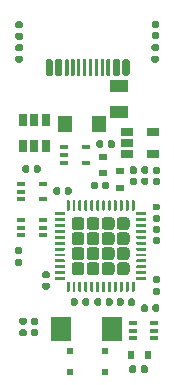
<source format=gbr>
%TF.GenerationSoftware,KiCad,Pcbnew,(5.1.6-0-10_14)*%
%TF.CreationDate,2022-02-25T19:50:12-06:00*%
%TF.ProjectId,Bonsai_C4,426f6e73-6169-45f4-9334-2e6b69636164,rev?*%
%TF.SameCoordinates,Original*%
%TF.FileFunction,Paste,Top*%
%TF.FilePolarity,Positive*%
%FSLAX46Y46*%
G04 Gerber Fmt 4.6, Leading zero omitted, Abs format (unit mm)*
G04 Created by KiCad (PCBNEW (5.1.6-0-10_14)) date 2022-02-25 19:50:12*
%MOMM*%
%LPD*%
G01*
G04 APERTURE LIST*
%ADD10R,0.550000X0.600000*%
%ADD11R,0.650000X1.060000*%
%ADD12R,0.700000X0.600000*%
%ADD13R,1.300000X1.400000*%
%ADD14R,0.650000X0.400000*%
%ADD15R,0.660000X0.300000*%
%ADD16R,0.600000X0.700000*%
%ADD17R,1.060000X0.650000*%
%ADD18R,1.778000X2.032000*%
%ADD19R,1.500000X1.000000*%
G04 APERTURE END LIST*
%TO.C,C11*%
G36*
G01*
X102678000Y-111195500D02*
X102678000Y-111540500D01*
G75*
G02*
X102530500Y-111688000I-147500J0D01*
G01*
X102235500Y-111688000D01*
G75*
G02*
X102088000Y-111540500I0J147500D01*
G01*
X102088000Y-111195500D01*
G75*
G02*
X102235500Y-111048000I147500J0D01*
G01*
X102530500Y-111048000D01*
G75*
G02*
X102678000Y-111195500I0J-147500D01*
G01*
G37*
G36*
G01*
X103648000Y-111195500D02*
X103648000Y-111540500D01*
G75*
G02*
X103500500Y-111688000I-147500J0D01*
G01*
X103205500Y-111688000D01*
G75*
G02*
X103058000Y-111540500I0J147500D01*
G01*
X103058000Y-111195500D01*
G75*
G02*
X103205500Y-111048000I147500J0D01*
G01*
X103500500Y-111048000D01*
G75*
G02*
X103648000Y-111195500I0J-147500D01*
G01*
G37*
%TD*%
%TO.C,J3*%
G36*
G01*
X111170000Y-102200000D02*
X111170000Y-103350000D01*
G75*
G02*
X111020000Y-103500000I-150000J0D01*
G01*
X110720000Y-103500000D01*
G75*
G02*
X110570000Y-103350000I0J150000D01*
G01*
X110570000Y-102200000D01*
G75*
G02*
X110720000Y-102050000I150000J0D01*
G01*
X111020000Y-102050000D01*
G75*
G02*
X111170000Y-102200000I0J-150000D01*
G01*
G37*
G36*
G01*
X109520000Y-102125000D02*
X109520000Y-103425000D01*
G75*
G02*
X109445000Y-103500000I-75000J0D01*
G01*
X109295000Y-103500000D01*
G75*
G02*
X109220000Y-103425000I0J75000D01*
G01*
X109220000Y-102125000D01*
G75*
G02*
X109295000Y-102050000I75000J0D01*
G01*
X109445000Y-102050000D01*
G75*
G02*
X109520000Y-102125000I0J-75000D01*
G01*
G37*
G36*
G01*
X109020000Y-102125000D02*
X109020000Y-103425000D01*
G75*
G02*
X108945000Y-103500000I-75000J0D01*
G01*
X108795000Y-103500000D01*
G75*
G02*
X108720000Y-103425000I0J75000D01*
G01*
X108720000Y-102125000D01*
G75*
G02*
X108795000Y-102050000I75000J0D01*
G01*
X108945000Y-102050000D01*
G75*
G02*
X109020000Y-102125000I0J-75000D01*
G01*
G37*
G36*
G01*
X108520000Y-102125000D02*
X108520000Y-103425000D01*
G75*
G02*
X108445000Y-103500000I-75000J0D01*
G01*
X108295000Y-103500000D01*
G75*
G02*
X108220000Y-103425000I0J75000D01*
G01*
X108220000Y-102125000D01*
G75*
G02*
X108295000Y-102050000I75000J0D01*
G01*
X108445000Y-102050000D01*
G75*
G02*
X108520000Y-102125000I0J-75000D01*
G01*
G37*
G36*
G01*
X108020000Y-102125000D02*
X108020000Y-103425000D01*
G75*
G02*
X107945000Y-103500000I-75000J0D01*
G01*
X107795000Y-103500000D01*
G75*
G02*
X107720000Y-103425000I0J75000D01*
G01*
X107720000Y-102125000D01*
G75*
G02*
X107795000Y-102050000I75000J0D01*
G01*
X107945000Y-102050000D01*
G75*
G02*
X108020000Y-102125000I0J-75000D01*
G01*
G37*
G36*
G01*
X106020000Y-102125000D02*
X106020000Y-103425000D01*
G75*
G02*
X105945000Y-103500000I-75000J0D01*
G01*
X105795000Y-103500000D01*
G75*
G02*
X105720000Y-103425000I0J75000D01*
G01*
X105720000Y-102125000D01*
G75*
G02*
X105795000Y-102050000I75000J0D01*
G01*
X105945000Y-102050000D01*
G75*
G02*
X106020000Y-102125000I0J-75000D01*
G01*
G37*
G36*
G01*
X106520000Y-102125000D02*
X106520000Y-103425000D01*
G75*
G02*
X106445000Y-103500000I-75000J0D01*
G01*
X106295000Y-103500000D01*
G75*
G02*
X106220000Y-103425000I0J75000D01*
G01*
X106220000Y-102125000D01*
G75*
G02*
X106295000Y-102050000I75000J0D01*
G01*
X106445000Y-102050000D01*
G75*
G02*
X106520000Y-102125000I0J-75000D01*
G01*
G37*
G36*
G01*
X107020000Y-102125000D02*
X107020000Y-103425000D01*
G75*
G02*
X106945000Y-103500000I-75000J0D01*
G01*
X106795000Y-103500000D01*
G75*
G02*
X106720000Y-103425000I0J75000D01*
G01*
X106720000Y-102125000D01*
G75*
G02*
X106795000Y-102050000I75000J0D01*
G01*
X106945000Y-102050000D01*
G75*
G02*
X107020000Y-102125000I0J-75000D01*
G01*
G37*
G36*
G01*
X107520000Y-102125000D02*
X107520000Y-103425000D01*
G75*
G02*
X107445000Y-103500000I-75000J0D01*
G01*
X107295000Y-103500000D01*
G75*
G02*
X107220000Y-103425000I0J75000D01*
G01*
X107220000Y-102125000D01*
G75*
G02*
X107295000Y-102050000I75000J0D01*
G01*
X107445000Y-102050000D01*
G75*
G02*
X107520000Y-102125000I0J-75000D01*
G01*
G37*
G36*
G01*
X110370000Y-102200000D02*
X110370000Y-103350000D01*
G75*
G02*
X110220000Y-103500000I-150000J0D01*
G01*
X109920000Y-103500000D01*
G75*
G02*
X109770000Y-103350000I0J150000D01*
G01*
X109770000Y-102200000D01*
G75*
G02*
X109920000Y-102050000I150000J0D01*
G01*
X110220000Y-102050000D01*
G75*
G02*
X110370000Y-102200000I0J-150000D01*
G01*
G37*
G36*
G01*
X104670000Y-102200000D02*
X104670000Y-103350000D01*
G75*
G02*
X104520000Y-103500000I-150000J0D01*
G01*
X104220000Y-103500000D01*
G75*
G02*
X104070000Y-103350000I0J150000D01*
G01*
X104070000Y-102200000D01*
G75*
G02*
X104220000Y-102050000I150000J0D01*
G01*
X104520000Y-102050000D01*
G75*
G02*
X104670000Y-102200000I0J-150000D01*
G01*
G37*
G36*
G01*
X105470000Y-102200000D02*
X105470000Y-103350000D01*
G75*
G02*
X105320000Y-103500000I-150000J0D01*
G01*
X105020000Y-103500000D01*
G75*
G02*
X104870000Y-103350000I0J150000D01*
G01*
X104870000Y-102200000D01*
G75*
G02*
X105020000Y-102050000I150000J0D01*
G01*
X105320000Y-102050000D01*
G75*
G02*
X105470000Y-102200000I0J-150000D01*
G01*
G37*
%TD*%
%TO.C,U3*%
G36*
G01*
X107101717Y-120344717D02*
X106517283Y-120344717D01*
G75*
G02*
X106267283Y-120094717I0J250000D01*
G01*
X106267283Y-119510283D01*
G75*
G02*
X106517283Y-119260283I250000J0D01*
G01*
X107101717Y-119260283D01*
G75*
G02*
X107351717Y-119510283I0J-250000D01*
G01*
X107351717Y-120094717D01*
G75*
G02*
X107101717Y-120344717I-250000J0D01*
G01*
G37*
G36*
G01*
X108376717Y-120344717D02*
X107792283Y-120344717D01*
G75*
G02*
X107542283Y-120094717I0J250000D01*
G01*
X107542283Y-119510283D01*
G75*
G02*
X107792283Y-119260283I250000J0D01*
G01*
X108376717Y-119260283D01*
G75*
G02*
X108626717Y-119510283I0J-250000D01*
G01*
X108626717Y-120094717D01*
G75*
G02*
X108376717Y-120344717I-250000J0D01*
G01*
G37*
G36*
G01*
X109651717Y-120344717D02*
X109067283Y-120344717D01*
G75*
G02*
X108817283Y-120094717I0J250000D01*
G01*
X108817283Y-119510283D01*
G75*
G02*
X109067283Y-119260283I250000J0D01*
G01*
X109651717Y-119260283D01*
G75*
G02*
X109901717Y-119510283I0J-250000D01*
G01*
X109901717Y-120094717D01*
G75*
G02*
X109651717Y-120344717I-250000J0D01*
G01*
G37*
G36*
G01*
X110926717Y-120344717D02*
X110342283Y-120344717D01*
G75*
G02*
X110092283Y-120094717I0J250000D01*
G01*
X110092283Y-119510283D01*
G75*
G02*
X110342283Y-119260283I250000J0D01*
G01*
X110926717Y-119260283D01*
G75*
G02*
X111176717Y-119510283I0J-250000D01*
G01*
X111176717Y-120094717D01*
G75*
G02*
X110926717Y-120344717I-250000J0D01*
G01*
G37*
G36*
G01*
X107101717Y-119069717D02*
X106517283Y-119069717D01*
G75*
G02*
X106267283Y-118819717I0J250000D01*
G01*
X106267283Y-118235283D01*
G75*
G02*
X106517283Y-117985283I250000J0D01*
G01*
X107101717Y-117985283D01*
G75*
G02*
X107351717Y-118235283I0J-250000D01*
G01*
X107351717Y-118819717D01*
G75*
G02*
X107101717Y-119069717I-250000J0D01*
G01*
G37*
G36*
G01*
X108376717Y-119069717D02*
X107792283Y-119069717D01*
G75*
G02*
X107542283Y-118819717I0J250000D01*
G01*
X107542283Y-118235283D01*
G75*
G02*
X107792283Y-117985283I250000J0D01*
G01*
X108376717Y-117985283D01*
G75*
G02*
X108626717Y-118235283I0J-250000D01*
G01*
X108626717Y-118819717D01*
G75*
G02*
X108376717Y-119069717I-250000J0D01*
G01*
G37*
G36*
G01*
X109651717Y-119069717D02*
X109067283Y-119069717D01*
G75*
G02*
X108817283Y-118819717I0J250000D01*
G01*
X108817283Y-118235283D01*
G75*
G02*
X109067283Y-117985283I250000J0D01*
G01*
X109651717Y-117985283D01*
G75*
G02*
X109901717Y-118235283I0J-250000D01*
G01*
X109901717Y-118819717D01*
G75*
G02*
X109651717Y-119069717I-250000J0D01*
G01*
G37*
G36*
G01*
X110926717Y-119069717D02*
X110342283Y-119069717D01*
G75*
G02*
X110092283Y-118819717I0J250000D01*
G01*
X110092283Y-118235283D01*
G75*
G02*
X110342283Y-117985283I250000J0D01*
G01*
X110926717Y-117985283D01*
G75*
G02*
X111176717Y-118235283I0J-250000D01*
G01*
X111176717Y-118819717D01*
G75*
G02*
X110926717Y-119069717I-250000J0D01*
G01*
G37*
G36*
G01*
X107101717Y-117794717D02*
X106517283Y-117794717D01*
G75*
G02*
X106267283Y-117544717I0J250000D01*
G01*
X106267283Y-116960283D01*
G75*
G02*
X106517283Y-116710283I250000J0D01*
G01*
X107101717Y-116710283D01*
G75*
G02*
X107351717Y-116960283I0J-250000D01*
G01*
X107351717Y-117544717D01*
G75*
G02*
X107101717Y-117794717I-250000J0D01*
G01*
G37*
G36*
G01*
X108376717Y-117794717D02*
X107792283Y-117794717D01*
G75*
G02*
X107542283Y-117544717I0J250000D01*
G01*
X107542283Y-116960283D01*
G75*
G02*
X107792283Y-116710283I250000J0D01*
G01*
X108376717Y-116710283D01*
G75*
G02*
X108626717Y-116960283I0J-250000D01*
G01*
X108626717Y-117544717D01*
G75*
G02*
X108376717Y-117794717I-250000J0D01*
G01*
G37*
G36*
G01*
X109651717Y-117794717D02*
X109067283Y-117794717D01*
G75*
G02*
X108817283Y-117544717I0J250000D01*
G01*
X108817283Y-116960283D01*
G75*
G02*
X109067283Y-116710283I250000J0D01*
G01*
X109651717Y-116710283D01*
G75*
G02*
X109901717Y-116960283I0J-250000D01*
G01*
X109901717Y-117544717D01*
G75*
G02*
X109651717Y-117794717I-250000J0D01*
G01*
G37*
G36*
G01*
X110926717Y-117794717D02*
X110342283Y-117794717D01*
G75*
G02*
X110092283Y-117544717I0J250000D01*
G01*
X110092283Y-116960283D01*
G75*
G02*
X110342283Y-116710283I250000J0D01*
G01*
X110926717Y-116710283D01*
G75*
G02*
X111176717Y-116960283I0J-250000D01*
G01*
X111176717Y-117544717D01*
G75*
G02*
X110926717Y-117794717I-250000J0D01*
G01*
G37*
G36*
G01*
X107101717Y-116519717D02*
X106517283Y-116519717D01*
G75*
G02*
X106267283Y-116269717I0J250000D01*
G01*
X106267283Y-115685283D01*
G75*
G02*
X106517283Y-115435283I250000J0D01*
G01*
X107101717Y-115435283D01*
G75*
G02*
X107351717Y-115685283I0J-250000D01*
G01*
X107351717Y-116269717D01*
G75*
G02*
X107101717Y-116519717I-250000J0D01*
G01*
G37*
G36*
G01*
X108376717Y-116519717D02*
X107792283Y-116519717D01*
G75*
G02*
X107542283Y-116269717I0J250000D01*
G01*
X107542283Y-115685283D01*
G75*
G02*
X107792283Y-115435283I250000J0D01*
G01*
X108376717Y-115435283D01*
G75*
G02*
X108626717Y-115685283I0J-250000D01*
G01*
X108626717Y-116269717D01*
G75*
G02*
X108376717Y-116519717I-250000J0D01*
G01*
G37*
G36*
G01*
X109651717Y-116519717D02*
X109067283Y-116519717D01*
G75*
G02*
X108817283Y-116269717I0J250000D01*
G01*
X108817283Y-115685283D01*
G75*
G02*
X109067283Y-115435283I250000J0D01*
G01*
X109651717Y-115435283D01*
G75*
G02*
X109901717Y-115685283I0J-250000D01*
G01*
X109901717Y-116269717D01*
G75*
G02*
X109651717Y-116519717I-250000J0D01*
G01*
G37*
G36*
G01*
X110926717Y-116519717D02*
X110342283Y-116519717D01*
G75*
G02*
X110092283Y-116269717I0J250000D01*
G01*
X110092283Y-115685283D01*
G75*
G02*
X110342283Y-115435283I250000J0D01*
G01*
X110926717Y-115435283D01*
G75*
G02*
X111176717Y-115685283I0J-250000D01*
G01*
X111176717Y-116269717D01*
G75*
G02*
X110926717Y-116519717I-250000J0D01*
G01*
G37*
G36*
G01*
X106034500Y-121765000D02*
X105909500Y-121765000D01*
G75*
G02*
X105847000Y-121702500I0J62500D01*
G01*
X105847000Y-120952500D01*
G75*
G02*
X105909500Y-120890000I62500J0D01*
G01*
X106034500Y-120890000D01*
G75*
G02*
X106097000Y-120952500I0J-62500D01*
G01*
X106097000Y-121702500D01*
G75*
G02*
X106034500Y-121765000I-62500J0D01*
G01*
G37*
G36*
G01*
X106534500Y-121765000D02*
X106409500Y-121765000D01*
G75*
G02*
X106347000Y-121702500I0J62500D01*
G01*
X106347000Y-120952500D01*
G75*
G02*
X106409500Y-120890000I62500J0D01*
G01*
X106534500Y-120890000D01*
G75*
G02*
X106597000Y-120952500I0J-62500D01*
G01*
X106597000Y-121702500D01*
G75*
G02*
X106534500Y-121765000I-62500J0D01*
G01*
G37*
G36*
G01*
X107034500Y-121765000D02*
X106909500Y-121765000D01*
G75*
G02*
X106847000Y-121702500I0J62500D01*
G01*
X106847000Y-120952500D01*
G75*
G02*
X106909500Y-120890000I62500J0D01*
G01*
X107034500Y-120890000D01*
G75*
G02*
X107097000Y-120952500I0J-62500D01*
G01*
X107097000Y-121702500D01*
G75*
G02*
X107034500Y-121765000I-62500J0D01*
G01*
G37*
G36*
G01*
X107534500Y-121765000D02*
X107409500Y-121765000D01*
G75*
G02*
X107347000Y-121702500I0J62500D01*
G01*
X107347000Y-120952500D01*
G75*
G02*
X107409500Y-120890000I62500J0D01*
G01*
X107534500Y-120890000D01*
G75*
G02*
X107597000Y-120952500I0J-62500D01*
G01*
X107597000Y-121702500D01*
G75*
G02*
X107534500Y-121765000I-62500J0D01*
G01*
G37*
G36*
G01*
X108034500Y-121765000D02*
X107909500Y-121765000D01*
G75*
G02*
X107847000Y-121702500I0J62500D01*
G01*
X107847000Y-120952500D01*
G75*
G02*
X107909500Y-120890000I62500J0D01*
G01*
X108034500Y-120890000D01*
G75*
G02*
X108097000Y-120952500I0J-62500D01*
G01*
X108097000Y-121702500D01*
G75*
G02*
X108034500Y-121765000I-62500J0D01*
G01*
G37*
G36*
G01*
X108534500Y-121765000D02*
X108409500Y-121765000D01*
G75*
G02*
X108347000Y-121702500I0J62500D01*
G01*
X108347000Y-120952500D01*
G75*
G02*
X108409500Y-120890000I62500J0D01*
G01*
X108534500Y-120890000D01*
G75*
G02*
X108597000Y-120952500I0J-62500D01*
G01*
X108597000Y-121702500D01*
G75*
G02*
X108534500Y-121765000I-62500J0D01*
G01*
G37*
G36*
G01*
X109034500Y-121765000D02*
X108909500Y-121765000D01*
G75*
G02*
X108847000Y-121702500I0J62500D01*
G01*
X108847000Y-120952500D01*
G75*
G02*
X108909500Y-120890000I62500J0D01*
G01*
X109034500Y-120890000D01*
G75*
G02*
X109097000Y-120952500I0J-62500D01*
G01*
X109097000Y-121702500D01*
G75*
G02*
X109034500Y-121765000I-62500J0D01*
G01*
G37*
G36*
G01*
X109534500Y-121765000D02*
X109409500Y-121765000D01*
G75*
G02*
X109347000Y-121702500I0J62500D01*
G01*
X109347000Y-120952500D01*
G75*
G02*
X109409500Y-120890000I62500J0D01*
G01*
X109534500Y-120890000D01*
G75*
G02*
X109597000Y-120952500I0J-62500D01*
G01*
X109597000Y-121702500D01*
G75*
G02*
X109534500Y-121765000I-62500J0D01*
G01*
G37*
G36*
G01*
X110034500Y-121765000D02*
X109909500Y-121765000D01*
G75*
G02*
X109847000Y-121702500I0J62500D01*
G01*
X109847000Y-120952500D01*
G75*
G02*
X109909500Y-120890000I62500J0D01*
G01*
X110034500Y-120890000D01*
G75*
G02*
X110097000Y-120952500I0J-62500D01*
G01*
X110097000Y-121702500D01*
G75*
G02*
X110034500Y-121765000I-62500J0D01*
G01*
G37*
G36*
G01*
X110534500Y-121765000D02*
X110409500Y-121765000D01*
G75*
G02*
X110347000Y-121702500I0J62500D01*
G01*
X110347000Y-120952500D01*
G75*
G02*
X110409500Y-120890000I62500J0D01*
G01*
X110534500Y-120890000D01*
G75*
G02*
X110597000Y-120952500I0J-62500D01*
G01*
X110597000Y-121702500D01*
G75*
G02*
X110534500Y-121765000I-62500J0D01*
G01*
G37*
G36*
G01*
X111034500Y-121765000D02*
X110909500Y-121765000D01*
G75*
G02*
X110847000Y-121702500I0J62500D01*
G01*
X110847000Y-120952500D01*
G75*
G02*
X110909500Y-120890000I62500J0D01*
G01*
X111034500Y-120890000D01*
G75*
G02*
X111097000Y-120952500I0J-62500D01*
G01*
X111097000Y-121702500D01*
G75*
G02*
X111034500Y-121765000I-62500J0D01*
G01*
G37*
G36*
G01*
X111534500Y-121765000D02*
X111409500Y-121765000D01*
G75*
G02*
X111347000Y-121702500I0J62500D01*
G01*
X111347000Y-120952500D01*
G75*
G02*
X111409500Y-120890000I62500J0D01*
G01*
X111534500Y-120890000D01*
G75*
G02*
X111597000Y-120952500I0J-62500D01*
G01*
X111597000Y-121702500D01*
G75*
G02*
X111534500Y-121765000I-62500J0D01*
G01*
G37*
G36*
G01*
X112534500Y-120765000D02*
X111784500Y-120765000D01*
G75*
G02*
X111722000Y-120702500I0J62500D01*
G01*
X111722000Y-120577500D01*
G75*
G02*
X111784500Y-120515000I62500J0D01*
G01*
X112534500Y-120515000D01*
G75*
G02*
X112597000Y-120577500I0J-62500D01*
G01*
X112597000Y-120702500D01*
G75*
G02*
X112534500Y-120765000I-62500J0D01*
G01*
G37*
G36*
G01*
X112534500Y-120265000D02*
X111784500Y-120265000D01*
G75*
G02*
X111722000Y-120202500I0J62500D01*
G01*
X111722000Y-120077500D01*
G75*
G02*
X111784500Y-120015000I62500J0D01*
G01*
X112534500Y-120015000D01*
G75*
G02*
X112597000Y-120077500I0J-62500D01*
G01*
X112597000Y-120202500D01*
G75*
G02*
X112534500Y-120265000I-62500J0D01*
G01*
G37*
G36*
G01*
X112534500Y-119765000D02*
X111784500Y-119765000D01*
G75*
G02*
X111722000Y-119702500I0J62500D01*
G01*
X111722000Y-119577500D01*
G75*
G02*
X111784500Y-119515000I62500J0D01*
G01*
X112534500Y-119515000D01*
G75*
G02*
X112597000Y-119577500I0J-62500D01*
G01*
X112597000Y-119702500D01*
G75*
G02*
X112534500Y-119765000I-62500J0D01*
G01*
G37*
G36*
G01*
X112534500Y-119265000D02*
X111784500Y-119265000D01*
G75*
G02*
X111722000Y-119202500I0J62500D01*
G01*
X111722000Y-119077500D01*
G75*
G02*
X111784500Y-119015000I62500J0D01*
G01*
X112534500Y-119015000D01*
G75*
G02*
X112597000Y-119077500I0J-62500D01*
G01*
X112597000Y-119202500D01*
G75*
G02*
X112534500Y-119265000I-62500J0D01*
G01*
G37*
G36*
G01*
X112534500Y-118765000D02*
X111784500Y-118765000D01*
G75*
G02*
X111722000Y-118702500I0J62500D01*
G01*
X111722000Y-118577500D01*
G75*
G02*
X111784500Y-118515000I62500J0D01*
G01*
X112534500Y-118515000D01*
G75*
G02*
X112597000Y-118577500I0J-62500D01*
G01*
X112597000Y-118702500D01*
G75*
G02*
X112534500Y-118765000I-62500J0D01*
G01*
G37*
G36*
G01*
X112534500Y-118265000D02*
X111784500Y-118265000D01*
G75*
G02*
X111722000Y-118202500I0J62500D01*
G01*
X111722000Y-118077500D01*
G75*
G02*
X111784500Y-118015000I62500J0D01*
G01*
X112534500Y-118015000D01*
G75*
G02*
X112597000Y-118077500I0J-62500D01*
G01*
X112597000Y-118202500D01*
G75*
G02*
X112534500Y-118265000I-62500J0D01*
G01*
G37*
G36*
G01*
X112534500Y-117765000D02*
X111784500Y-117765000D01*
G75*
G02*
X111722000Y-117702500I0J62500D01*
G01*
X111722000Y-117577500D01*
G75*
G02*
X111784500Y-117515000I62500J0D01*
G01*
X112534500Y-117515000D01*
G75*
G02*
X112597000Y-117577500I0J-62500D01*
G01*
X112597000Y-117702500D01*
G75*
G02*
X112534500Y-117765000I-62500J0D01*
G01*
G37*
G36*
G01*
X112534500Y-117265000D02*
X111784500Y-117265000D01*
G75*
G02*
X111722000Y-117202500I0J62500D01*
G01*
X111722000Y-117077500D01*
G75*
G02*
X111784500Y-117015000I62500J0D01*
G01*
X112534500Y-117015000D01*
G75*
G02*
X112597000Y-117077500I0J-62500D01*
G01*
X112597000Y-117202500D01*
G75*
G02*
X112534500Y-117265000I-62500J0D01*
G01*
G37*
G36*
G01*
X112534500Y-116765000D02*
X111784500Y-116765000D01*
G75*
G02*
X111722000Y-116702500I0J62500D01*
G01*
X111722000Y-116577500D01*
G75*
G02*
X111784500Y-116515000I62500J0D01*
G01*
X112534500Y-116515000D01*
G75*
G02*
X112597000Y-116577500I0J-62500D01*
G01*
X112597000Y-116702500D01*
G75*
G02*
X112534500Y-116765000I-62500J0D01*
G01*
G37*
G36*
G01*
X112534500Y-116265000D02*
X111784500Y-116265000D01*
G75*
G02*
X111722000Y-116202500I0J62500D01*
G01*
X111722000Y-116077500D01*
G75*
G02*
X111784500Y-116015000I62500J0D01*
G01*
X112534500Y-116015000D01*
G75*
G02*
X112597000Y-116077500I0J-62500D01*
G01*
X112597000Y-116202500D01*
G75*
G02*
X112534500Y-116265000I-62500J0D01*
G01*
G37*
G36*
G01*
X112534500Y-115765000D02*
X111784500Y-115765000D01*
G75*
G02*
X111722000Y-115702500I0J62500D01*
G01*
X111722000Y-115577500D01*
G75*
G02*
X111784500Y-115515000I62500J0D01*
G01*
X112534500Y-115515000D01*
G75*
G02*
X112597000Y-115577500I0J-62500D01*
G01*
X112597000Y-115702500D01*
G75*
G02*
X112534500Y-115765000I-62500J0D01*
G01*
G37*
G36*
G01*
X112534500Y-115265000D02*
X111784500Y-115265000D01*
G75*
G02*
X111722000Y-115202500I0J62500D01*
G01*
X111722000Y-115077500D01*
G75*
G02*
X111784500Y-115015000I62500J0D01*
G01*
X112534500Y-115015000D01*
G75*
G02*
X112597000Y-115077500I0J-62500D01*
G01*
X112597000Y-115202500D01*
G75*
G02*
X112534500Y-115265000I-62500J0D01*
G01*
G37*
G36*
G01*
X111534500Y-114890000D02*
X111409500Y-114890000D01*
G75*
G02*
X111347000Y-114827500I0J62500D01*
G01*
X111347000Y-114077500D01*
G75*
G02*
X111409500Y-114015000I62500J0D01*
G01*
X111534500Y-114015000D01*
G75*
G02*
X111597000Y-114077500I0J-62500D01*
G01*
X111597000Y-114827500D01*
G75*
G02*
X111534500Y-114890000I-62500J0D01*
G01*
G37*
G36*
G01*
X111034500Y-114890000D02*
X110909500Y-114890000D01*
G75*
G02*
X110847000Y-114827500I0J62500D01*
G01*
X110847000Y-114077500D01*
G75*
G02*
X110909500Y-114015000I62500J0D01*
G01*
X111034500Y-114015000D01*
G75*
G02*
X111097000Y-114077500I0J-62500D01*
G01*
X111097000Y-114827500D01*
G75*
G02*
X111034500Y-114890000I-62500J0D01*
G01*
G37*
G36*
G01*
X110534500Y-114890000D02*
X110409500Y-114890000D01*
G75*
G02*
X110347000Y-114827500I0J62500D01*
G01*
X110347000Y-114077500D01*
G75*
G02*
X110409500Y-114015000I62500J0D01*
G01*
X110534500Y-114015000D01*
G75*
G02*
X110597000Y-114077500I0J-62500D01*
G01*
X110597000Y-114827500D01*
G75*
G02*
X110534500Y-114890000I-62500J0D01*
G01*
G37*
G36*
G01*
X110034500Y-114890000D02*
X109909500Y-114890000D01*
G75*
G02*
X109847000Y-114827500I0J62500D01*
G01*
X109847000Y-114077500D01*
G75*
G02*
X109909500Y-114015000I62500J0D01*
G01*
X110034500Y-114015000D01*
G75*
G02*
X110097000Y-114077500I0J-62500D01*
G01*
X110097000Y-114827500D01*
G75*
G02*
X110034500Y-114890000I-62500J0D01*
G01*
G37*
G36*
G01*
X109534500Y-114890000D02*
X109409500Y-114890000D01*
G75*
G02*
X109347000Y-114827500I0J62500D01*
G01*
X109347000Y-114077500D01*
G75*
G02*
X109409500Y-114015000I62500J0D01*
G01*
X109534500Y-114015000D01*
G75*
G02*
X109597000Y-114077500I0J-62500D01*
G01*
X109597000Y-114827500D01*
G75*
G02*
X109534500Y-114890000I-62500J0D01*
G01*
G37*
G36*
G01*
X109034500Y-114890000D02*
X108909500Y-114890000D01*
G75*
G02*
X108847000Y-114827500I0J62500D01*
G01*
X108847000Y-114077500D01*
G75*
G02*
X108909500Y-114015000I62500J0D01*
G01*
X109034500Y-114015000D01*
G75*
G02*
X109097000Y-114077500I0J-62500D01*
G01*
X109097000Y-114827500D01*
G75*
G02*
X109034500Y-114890000I-62500J0D01*
G01*
G37*
G36*
G01*
X108534500Y-114890000D02*
X108409500Y-114890000D01*
G75*
G02*
X108347000Y-114827500I0J62500D01*
G01*
X108347000Y-114077500D01*
G75*
G02*
X108409500Y-114015000I62500J0D01*
G01*
X108534500Y-114015000D01*
G75*
G02*
X108597000Y-114077500I0J-62500D01*
G01*
X108597000Y-114827500D01*
G75*
G02*
X108534500Y-114890000I-62500J0D01*
G01*
G37*
G36*
G01*
X108034500Y-114890000D02*
X107909500Y-114890000D01*
G75*
G02*
X107847000Y-114827500I0J62500D01*
G01*
X107847000Y-114077500D01*
G75*
G02*
X107909500Y-114015000I62500J0D01*
G01*
X108034500Y-114015000D01*
G75*
G02*
X108097000Y-114077500I0J-62500D01*
G01*
X108097000Y-114827500D01*
G75*
G02*
X108034500Y-114890000I-62500J0D01*
G01*
G37*
G36*
G01*
X107534500Y-114890000D02*
X107409500Y-114890000D01*
G75*
G02*
X107347000Y-114827500I0J62500D01*
G01*
X107347000Y-114077500D01*
G75*
G02*
X107409500Y-114015000I62500J0D01*
G01*
X107534500Y-114015000D01*
G75*
G02*
X107597000Y-114077500I0J-62500D01*
G01*
X107597000Y-114827500D01*
G75*
G02*
X107534500Y-114890000I-62500J0D01*
G01*
G37*
G36*
G01*
X107034500Y-114890000D02*
X106909500Y-114890000D01*
G75*
G02*
X106847000Y-114827500I0J62500D01*
G01*
X106847000Y-114077500D01*
G75*
G02*
X106909500Y-114015000I62500J0D01*
G01*
X107034500Y-114015000D01*
G75*
G02*
X107097000Y-114077500I0J-62500D01*
G01*
X107097000Y-114827500D01*
G75*
G02*
X107034500Y-114890000I-62500J0D01*
G01*
G37*
G36*
G01*
X106534500Y-114890000D02*
X106409500Y-114890000D01*
G75*
G02*
X106347000Y-114827500I0J62500D01*
G01*
X106347000Y-114077500D01*
G75*
G02*
X106409500Y-114015000I62500J0D01*
G01*
X106534500Y-114015000D01*
G75*
G02*
X106597000Y-114077500I0J-62500D01*
G01*
X106597000Y-114827500D01*
G75*
G02*
X106534500Y-114890000I-62500J0D01*
G01*
G37*
G36*
G01*
X106034500Y-114890000D02*
X105909500Y-114890000D01*
G75*
G02*
X105847000Y-114827500I0J62500D01*
G01*
X105847000Y-114077500D01*
G75*
G02*
X105909500Y-114015000I62500J0D01*
G01*
X106034500Y-114015000D01*
G75*
G02*
X106097000Y-114077500I0J-62500D01*
G01*
X106097000Y-114827500D01*
G75*
G02*
X106034500Y-114890000I-62500J0D01*
G01*
G37*
G36*
G01*
X105659500Y-115265000D02*
X104909500Y-115265000D01*
G75*
G02*
X104847000Y-115202500I0J62500D01*
G01*
X104847000Y-115077500D01*
G75*
G02*
X104909500Y-115015000I62500J0D01*
G01*
X105659500Y-115015000D01*
G75*
G02*
X105722000Y-115077500I0J-62500D01*
G01*
X105722000Y-115202500D01*
G75*
G02*
X105659500Y-115265000I-62500J0D01*
G01*
G37*
G36*
G01*
X105659500Y-115765000D02*
X104909500Y-115765000D01*
G75*
G02*
X104847000Y-115702500I0J62500D01*
G01*
X104847000Y-115577500D01*
G75*
G02*
X104909500Y-115515000I62500J0D01*
G01*
X105659500Y-115515000D01*
G75*
G02*
X105722000Y-115577500I0J-62500D01*
G01*
X105722000Y-115702500D01*
G75*
G02*
X105659500Y-115765000I-62500J0D01*
G01*
G37*
G36*
G01*
X105659500Y-116265000D02*
X104909500Y-116265000D01*
G75*
G02*
X104847000Y-116202500I0J62500D01*
G01*
X104847000Y-116077500D01*
G75*
G02*
X104909500Y-116015000I62500J0D01*
G01*
X105659500Y-116015000D01*
G75*
G02*
X105722000Y-116077500I0J-62500D01*
G01*
X105722000Y-116202500D01*
G75*
G02*
X105659500Y-116265000I-62500J0D01*
G01*
G37*
G36*
G01*
X105659500Y-116765000D02*
X104909500Y-116765000D01*
G75*
G02*
X104847000Y-116702500I0J62500D01*
G01*
X104847000Y-116577500D01*
G75*
G02*
X104909500Y-116515000I62500J0D01*
G01*
X105659500Y-116515000D01*
G75*
G02*
X105722000Y-116577500I0J-62500D01*
G01*
X105722000Y-116702500D01*
G75*
G02*
X105659500Y-116765000I-62500J0D01*
G01*
G37*
G36*
G01*
X105659500Y-117265000D02*
X104909500Y-117265000D01*
G75*
G02*
X104847000Y-117202500I0J62500D01*
G01*
X104847000Y-117077500D01*
G75*
G02*
X104909500Y-117015000I62500J0D01*
G01*
X105659500Y-117015000D01*
G75*
G02*
X105722000Y-117077500I0J-62500D01*
G01*
X105722000Y-117202500D01*
G75*
G02*
X105659500Y-117265000I-62500J0D01*
G01*
G37*
G36*
G01*
X105659500Y-117765000D02*
X104909500Y-117765000D01*
G75*
G02*
X104847000Y-117702500I0J62500D01*
G01*
X104847000Y-117577500D01*
G75*
G02*
X104909500Y-117515000I62500J0D01*
G01*
X105659500Y-117515000D01*
G75*
G02*
X105722000Y-117577500I0J-62500D01*
G01*
X105722000Y-117702500D01*
G75*
G02*
X105659500Y-117765000I-62500J0D01*
G01*
G37*
G36*
G01*
X105659500Y-118265000D02*
X104909500Y-118265000D01*
G75*
G02*
X104847000Y-118202500I0J62500D01*
G01*
X104847000Y-118077500D01*
G75*
G02*
X104909500Y-118015000I62500J0D01*
G01*
X105659500Y-118015000D01*
G75*
G02*
X105722000Y-118077500I0J-62500D01*
G01*
X105722000Y-118202500D01*
G75*
G02*
X105659500Y-118265000I-62500J0D01*
G01*
G37*
G36*
G01*
X105659500Y-118765000D02*
X104909500Y-118765000D01*
G75*
G02*
X104847000Y-118702500I0J62500D01*
G01*
X104847000Y-118577500D01*
G75*
G02*
X104909500Y-118515000I62500J0D01*
G01*
X105659500Y-118515000D01*
G75*
G02*
X105722000Y-118577500I0J-62500D01*
G01*
X105722000Y-118702500D01*
G75*
G02*
X105659500Y-118765000I-62500J0D01*
G01*
G37*
G36*
G01*
X105659500Y-119265000D02*
X104909500Y-119265000D01*
G75*
G02*
X104847000Y-119202500I0J62500D01*
G01*
X104847000Y-119077500D01*
G75*
G02*
X104909500Y-119015000I62500J0D01*
G01*
X105659500Y-119015000D01*
G75*
G02*
X105722000Y-119077500I0J-62500D01*
G01*
X105722000Y-119202500D01*
G75*
G02*
X105659500Y-119265000I-62500J0D01*
G01*
G37*
G36*
G01*
X105659500Y-119765000D02*
X104909500Y-119765000D01*
G75*
G02*
X104847000Y-119702500I0J62500D01*
G01*
X104847000Y-119577500D01*
G75*
G02*
X104909500Y-119515000I62500J0D01*
G01*
X105659500Y-119515000D01*
G75*
G02*
X105722000Y-119577500I0J-62500D01*
G01*
X105722000Y-119702500D01*
G75*
G02*
X105659500Y-119765000I-62500J0D01*
G01*
G37*
G36*
G01*
X105659500Y-120265000D02*
X104909500Y-120265000D01*
G75*
G02*
X104847000Y-120202500I0J62500D01*
G01*
X104847000Y-120077500D01*
G75*
G02*
X104909500Y-120015000I62500J0D01*
G01*
X105659500Y-120015000D01*
G75*
G02*
X105722000Y-120077500I0J-62500D01*
G01*
X105722000Y-120202500D01*
G75*
G02*
X105659500Y-120265000I-62500J0D01*
G01*
G37*
G36*
G01*
X105659500Y-120765000D02*
X104909500Y-120765000D01*
G75*
G02*
X104847000Y-120702500I0J62500D01*
G01*
X104847000Y-120577500D01*
G75*
G02*
X104909500Y-120515000I62500J0D01*
G01*
X105659500Y-120515000D01*
G75*
G02*
X105722000Y-120577500I0J-62500D01*
G01*
X105722000Y-120702500D01*
G75*
G02*
X105659500Y-120765000I-62500J0D01*
G01*
G37*
%TD*%
D10*
%TO.C,K1*%
X109055000Y-126770000D03*
X109055000Y-128570000D03*
X106105000Y-128570000D03*
X106105000Y-126770000D03*
%TD*%
D11*
%TO.C,U2*%
X103114000Y-109412000D03*
X104064000Y-109412000D03*
X102164000Y-109412000D03*
X102164000Y-107212000D03*
X103114000Y-107212000D03*
X104064000Y-107212000D03*
%TD*%
%TO.C,R9*%
G36*
G01*
X113626500Y-121018000D02*
X113281500Y-121018000D01*
G75*
G02*
X113134000Y-120870500I0J147500D01*
G01*
X113134000Y-120575500D01*
G75*
G02*
X113281500Y-120428000I147500J0D01*
G01*
X113626500Y-120428000D01*
G75*
G02*
X113774000Y-120575500I0J-147500D01*
G01*
X113774000Y-120870500D01*
G75*
G02*
X113626500Y-121018000I-147500J0D01*
G01*
G37*
G36*
G01*
X113626500Y-121988000D02*
X113281500Y-121988000D01*
G75*
G02*
X113134000Y-121840500I0J147500D01*
G01*
X113134000Y-121545500D01*
G75*
G02*
X113281500Y-121398000I147500J0D01*
G01*
X113626500Y-121398000D01*
G75*
G02*
X113774000Y-121545500I0J-147500D01*
G01*
X113774000Y-121840500D01*
G75*
G02*
X113626500Y-121988000I-147500J0D01*
G01*
G37*
%TD*%
%TO.C,R8*%
G36*
G01*
X108863000Y-112922500D02*
X108863000Y-112577500D01*
G75*
G02*
X109010500Y-112430000I147500J0D01*
G01*
X109305500Y-112430000D01*
G75*
G02*
X109453000Y-112577500I0J-147500D01*
G01*
X109453000Y-112922500D01*
G75*
G02*
X109305500Y-113070000I-147500J0D01*
G01*
X109010500Y-113070000D01*
G75*
G02*
X108863000Y-112922500I0J147500D01*
G01*
G37*
G36*
G01*
X107893000Y-112922500D02*
X107893000Y-112577500D01*
G75*
G02*
X108040500Y-112430000I147500J0D01*
G01*
X108335500Y-112430000D01*
G75*
G02*
X108483000Y-112577500I0J-147500D01*
G01*
X108483000Y-112922500D01*
G75*
G02*
X108335500Y-113070000I-147500J0D01*
G01*
X108040500Y-113070000D01*
G75*
G02*
X107893000Y-112922500I0J147500D01*
G01*
G37*
%TD*%
D12*
%TO.C,D5*%
X110330000Y-111530000D03*
X110330000Y-112930000D03*
%TD*%
D13*
%TO.C,D4*%
X105691000Y-107561000D03*
X108591000Y-107561000D03*
%TD*%
%TO.C,C6*%
G36*
G01*
X113634500Y-112731000D02*
X113289500Y-112731000D01*
G75*
G02*
X113142000Y-112583500I0J147500D01*
G01*
X113142000Y-112288500D01*
G75*
G02*
X113289500Y-112141000I147500J0D01*
G01*
X113634500Y-112141000D01*
G75*
G02*
X113782000Y-112288500I0J-147500D01*
G01*
X113782000Y-112583500D01*
G75*
G02*
X113634500Y-112731000I-147500J0D01*
G01*
G37*
G36*
G01*
X113634500Y-111761000D02*
X113289500Y-111761000D01*
G75*
G02*
X113142000Y-111613500I0J147500D01*
G01*
X113142000Y-111318500D01*
G75*
G02*
X113289500Y-111171000I147500J0D01*
G01*
X113634500Y-111171000D01*
G75*
G02*
X113782000Y-111318500I0J-147500D01*
G01*
X113782000Y-111613500D01*
G75*
G02*
X113634500Y-111761000I-147500J0D01*
G01*
G37*
%TD*%
D12*
%TO.C,D1*%
X108905000Y-111702000D03*
X108905000Y-110302000D03*
%TD*%
%TO.C,C14*%
G36*
G01*
X113273500Y-117127000D02*
X113618500Y-117127000D01*
G75*
G02*
X113766000Y-117274500I0J-147500D01*
G01*
X113766000Y-117569500D01*
G75*
G02*
X113618500Y-117717000I-147500J0D01*
G01*
X113273500Y-117717000D01*
G75*
G02*
X113126000Y-117569500I0J147500D01*
G01*
X113126000Y-117274500D01*
G75*
G02*
X113273500Y-117127000I147500J0D01*
G01*
G37*
G36*
G01*
X113273500Y-116157000D02*
X113618500Y-116157000D01*
G75*
G02*
X113766000Y-116304500I0J-147500D01*
G01*
X113766000Y-116599500D01*
G75*
G02*
X113618500Y-116747000I-147500J0D01*
G01*
X113273500Y-116747000D01*
G75*
G02*
X113126000Y-116599500I0J147500D01*
G01*
X113126000Y-116304500D01*
G75*
G02*
X113273500Y-116157000I147500J0D01*
G01*
G37*
%TD*%
D14*
%TO.C,U5*%
X103859000Y-112625000D03*
X103859000Y-113925000D03*
X101959000Y-113275000D03*
X101959000Y-113925000D03*
X101959000Y-112625000D03*
%TD*%
%TO.C,R7*%
G36*
G01*
X112122000Y-128487500D02*
X112122000Y-128142500D01*
G75*
G02*
X112269500Y-127995000I147500J0D01*
G01*
X112564500Y-127995000D01*
G75*
G02*
X112712000Y-128142500I0J-147500D01*
G01*
X112712000Y-128487500D01*
G75*
G02*
X112564500Y-128635000I-147500J0D01*
G01*
X112269500Y-128635000D01*
G75*
G02*
X112122000Y-128487500I0J147500D01*
G01*
G37*
G36*
G01*
X111152000Y-128487500D02*
X111152000Y-128142500D01*
G75*
G02*
X111299500Y-127995000I147500J0D01*
G01*
X111594500Y-127995000D01*
G75*
G02*
X111742000Y-128142500I0J-147500D01*
G01*
X111742000Y-128487500D01*
G75*
G02*
X111594500Y-128635000I-147500J0D01*
G01*
X111299500Y-128635000D01*
G75*
G02*
X111152000Y-128487500I0J147500D01*
G01*
G37*
%TD*%
%TO.C,R6*%
G36*
G01*
X112182000Y-112580500D02*
X112182000Y-112235500D01*
G75*
G02*
X112329500Y-112088000I147500J0D01*
G01*
X112624500Y-112088000D01*
G75*
G02*
X112772000Y-112235500I0J-147500D01*
G01*
X112772000Y-112580500D01*
G75*
G02*
X112624500Y-112728000I-147500J0D01*
G01*
X112329500Y-112728000D01*
G75*
G02*
X112182000Y-112580500I0J147500D01*
G01*
G37*
G36*
G01*
X111212000Y-112580500D02*
X111212000Y-112235500D01*
G75*
G02*
X111359500Y-112088000I147500J0D01*
G01*
X111654500Y-112088000D01*
G75*
G02*
X111802000Y-112235500I0J-147500D01*
G01*
X111802000Y-112580500D01*
G75*
G02*
X111654500Y-112728000I-147500J0D01*
G01*
X111359500Y-112728000D01*
G75*
G02*
X111212000Y-112580500I0J147500D01*
G01*
G37*
%TD*%
%TO.C,R5*%
G36*
G01*
X111799000Y-111277500D02*
X111799000Y-111622500D01*
G75*
G02*
X111651500Y-111770000I-147500J0D01*
G01*
X111356500Y-111770000D01*
G75*
G02*
X111209000Y-111622500I0J147500D01*
G01*
X111209000Y-111277500D01*
G75*
G02*
X111356500Y-111130000I147500J0D01*
G01*
X111651500Y-111130000D01*
G75*
G02*
X111799000Y-111277500I0J-147500D01*
G01*
G37*
G36*
G01*
X112769000Y-111277500D02*
X112769000Y-111622500D01*
G75*
G02*
X112621500Y-111770000I-147500J0D01*
G01*
X112326500Y-111770000D01*
G75*
G02*
X112179000Y-111622500I0J147500D01*
G01*
X112179000Y-111277500D01*
G75*
G02*
X112326500Y-111130000I147500J0D01*
G01*
X112621500Y-111130000D01*
G75*
G02*
X112769000Y-111277500I0J-147500D01*
G01*
G37*
%TD*%
D15*
%TO.C,Q2*%
X101982000Y-116967000D03*
X101982000Y-115667000D03*
X103822000Y-116317000D03*
X101982000Y-116317000D03*
X103822000Y-115667000D03*
X103822000Y-116967000D03*
%TD*%
D16*
%TO.C,D2*%
X111300000Y-127145000D03*
X112700000Y-127145000D03*
%TD*%
D17*
%TO.C,U1*%
X113132000Y-108205000D03*
X113132000Y-110105000D03*
X110932000Y-110105000D03*
X110932000Y-109155000D03*
X110932000Y-108205000D03*
%TD*%
D14*
%TO.C,U4*%
X107519000Y-109524000D03*
X107519000Y-110824000D03*
X105619000Y-110174000D03*
X105619000Y-110824000D03*
X105619000Y-109524000D03*
%TD*%
D15*
%TO.C,Q1*%
X113272000Y-124390000D03*
X113272000Y-125690000D03*
X111432000Y-125040000D03*
X113272000Y-125040000D03*
X111432000Y-125690000D03*
X111432000Y-124390000D03*
%TD*%
%TO.C,C2*%
G36*
G01*
X113274500Y-115252000D02*
X113619500Y-115252000D01*
G75*
G02*
X113767000Y-115399500I0J-147500D01*
G01*
X113767000Y-115694500D01*
G75*
G02*
X113619500Y-115842000I-147500J0D01*
G01*
X113274500Y-115842000D01*
G75*
G02*
X113127000Y-115694500I0J147500D01*
G01*
X113127000Y-115399500D01*
G75*
G02*
X113274500Y-115252000I147500J0D01*
G01*
G37*
G36*
G01*
X113274500Y-114282000D02*
X113619500Y-114282000D01*
G75*
G02*
X113767000Y-114429500I0J-147500D01*
G01*
X113767000Y-114724500D01*
G75*
G02*
X113619500Y-114872000I-147500J0D01*
G01*
X113274500Y-114872000D01*
G75*
G02*
X113127000Y-114724500I0J147500D01*
G01*
X113127000Y-114429500D01*
G75*
G02*
X113274500Y-114282000I147500J0D01*
G01*
G37*
%TD*%
%TO.C,D3*%
G36*
G01*
X102327500Y-124541000D02*
X101982500Y-124541000D01*
G75*
G02*
X101835000Y-124393500I0J147500D01*
G01*
X101835000Y-124098500D01*
G75*
G02*
X101982500Y-123951000I147500J0D01*
G01*
X102327500Y-123951000D01*
G75*
G02*
X102475000Y-124098500I0J-147500D01*
G01*
X102475000Y-124393500D01*
G75*
G02*
X102327500Y-124541000I-147500J0D01*
G01*
G37*
G36*
G01*
X102327500Y-125511000D02*
X101982500Y-125511000D01*
G75*
G02*
X101835000Y-125363500I0J147500D01*
G01*
X101835000Y-125068500D01*
G75*
G02*
X101982500Y-124921000I147500J0D01*
G01*
X102327500Y-124921000D01*
G75*
G02*
X102475000Y-125068500I0J-147500D01*
G01*
X102475000Y-125363500D01*
G75*
G02*
X102327500Y-125511000I-147500J0D01*
G01*
G37*
%TD*%
D18*
%TO.C,Y1*%
X109668000Y-124880000D03*
X105350000Y-124880000D03*
%TD*%
%TO.C,C3*%
G36*
G01*
X111046000Y-122797500D02*
X111046000Y-122452500D01*
G75*
G02*
X111193500Y-122305000I147500J0D01*
G01*
X111488500Y-122305000D01*
G75*
G02*
X111636000Y-122452500I0J-147500D01*
G01*
X111636000Y-122797500D01*
G75*
G02*
X111488500Y-122945000I-147500J0D01*
G01*
X111193500Y-122945000D01*
G75*
G02*
X111046000Y-122797500I0J147500D01*
G01*
G37*
G36*
G01*
X110076000Y-122797500D02*
X110076000Y-122452500D01*
G75*
G02*
X110223500Y-122305000I147500J0D01*
G01*
X110518500Y-122305000D01*
G75*
G02*
X110666000Y-122452500I0J-147500D01*
G01*
X110666000Y-122797500D01*
G75*
G02*
X110518500Y-122945000I-147500J0D01*
G01*
X110223500Y-122945000D01*
G75*
G02*
X110076000Y-122797500I0J147500D01*
G01*
G37*
%TD*%
%TO.C,C12*%
G36*
G01*
X113185500Y-99787000D02*
X113530500Y-99787000D01*
G75*
G02*
X113678000Y-99934500I0J-147500D01*
G01*
X113678000Y-100229500D01*
G75*
G02*
X113530500Y-100377000I-147500J0D01*
G01*
X113185500Y-100377000D01*
G75*
G02*
X113038000Y-100229500I0J147500D01*
G01*
X113038000Y-99934500D01*
G75*
G02*
X113185500Y-99787000I147500J0D01*
G01*
G37*
G36*
G01*
X113185500Y-98817000D02*
X113530500Y-98817000D01*
G75*
G02*
X113678000Y-98964500I0J-147500D01*
G01*
X113678000Y-99259500D01*
G75*
G02*
X113530500Y-99407000I-147500J0D01*
G01*
X113185500Y-99407000D01*
G75*
G02*
X113038000Y-99259500I0J147500D01*
G01*
X113038000Y-98964500D01*
G75*
G02*
X113185500Y-98817000I147500J0D01*
G01*
G37*
%TD*%
%TO.C,FB1*%
G36*
G01*
X101648500Y-99840000D02*
X101993500Y-99840000D01*
G75*
G02*
X102141000Y-99987500I0J-147500D01*
G01*
X102141000Y-100282500D01*
G75*
G02*
X101993500Y-100430000I-147500J0D01*
G01*
X101648500Y-100430000D01*
G75*
G02*
X101501000Y-100282500I0J147500D01*
G01*
X101501000Y-99987500D01*
G75*
G02*
X101648500Y-99840000I147500J0D01*
G01*
G37*
G36*
G01*
X101648500Y-98870000D02*
X101993500Y-98870000D01*
G75*
G02*
X102141000Y-99017500I0J-147500D01*
G01*
X102141000Y-99312500D01*
G75*
G02*
X101993500Y-99460000I-147500J0D01*
G01*
X101648500Y-99460000D01*
G75*
G02*
X101501000Y-99312500I0J147500D01*
G01*
X101501000Y-99017500D01*
G75*
G02*
X101648500Y-98870000I147500J0D01*
G01*
G37*
%TD*%
%TO.C,R4*%
G36*
G01*
X102938500Y-124921000D02*
X103283500Y-124921000D01*
G75*
G02*
X103431000Y-125068500I0J-147500D01*
G01*
X103431000Y-125363500D01*
G75*
G02*
X103283500Y-125511000I-147500J0D01*
G01*
X102938500Y-125511000D01*
G75*
G02*
X102791000Y-125363500I0J147500D01*
G01*
X102791000Y-125068500D01*
G75*
G02*
X102938500Y-124921000I147500J0D01*
G01*
G37*
G36*
G01*
X102938500Y-123951000D02*
X103283500Y-123951000D01*
G75*
G02*
X103431000Y-124098500I0J-147500D01*
G01*
X103431000Y-124393500D01*
G75*
G02*
X103283500Y-124541000I-147500J0D01*
G01*
X102938500Y-124541000D01*
G75*
G02*
X102791000Y-124393500I0J147500D01*
G01*
X102791000Y-124098500D01*
G75*
G02*
X102938500Y-123951000I147500J0D01*
G01*
G37*
%TD*%
%TO.C,R3*%
G36*
G01*
X101993500Y-101374000D02*
X101648500Y-101374000D01*
G75*
G02*
X101501000Y-101226500I0J147500D01*
G01*
X101501000Y-100931500D01*
G75*
G02*
X101648500Y-100784000I147500J0D01*
G01*
X101993500Y-100784000D01*
G75*
G02*
X102141000Y-100931500I0J-147500D01*
G01*
X102141000Y-101226500D01*
G75*
G02*
X101993500Y-101374000I-147500J0D01*
G01*
G37*
G36*
G01*
X101993500Y-102344000D02*
X101648500Y-102344000D01*
G75*
G02*
X101501000Y-102196500I0J147500D01*
G01*
X101501000Y-101901500D01*
G75*
G02*
X101648500Y-101754000I147500J0D01*
G01*
X101993500Y-101754000D01*
G75*
G02*
X102141000Y-101901500I0J-147500D01*
G01*
X102141000Y-102196500D01*
G75*
G02*
X101993500Y-102344000I-147500J0D01*
G01*
G37*
%TD*%
%TO.C,R2*%
G36*
G01*
X113179500Y-101765000D02*
X113524500Y-101765000D01*
G75*
G02*
X113672000Y-101912500I0J-147500D01*
G01*
X113672000Y-102207500D01*
G75*
G02*
X113524500Y-102355000I-147500J0D01*
G01*
X113179500Y-102355000D01*
G75*
G02*
X113032000Y-102207500I0J147500D01*
G01*
X113032000Y-101912500D01*
G75*
G02*
X113179500Y-101765000I147500J0D01*
G01*
G37*
G36*
G01*
X113179500Y-100795000D02*
X113524500Y-100795000D01*
G75*
G02*
X113672000Y-100942500I0J-147500D01*
G01*
X113672000Y-101237500D01*
G75*
G02*
X113524500Y-101385000I-147500J0D01*
G01*
X113179500Y-101385000D01*
G75*
G02*
X113032000Y-101237500I0J147500D01*
G01*
X113032000Y-100942500D01*
G75*
G02*
X113179500Y-100795000I147500J0D01*
G01*
G37*
%TD*%
%TO.C,R1*%
G36*
G01*
X101593500Y-118961000D02*
X101938500Y-118961000D01*
G75*
G02*
X102086000Y-119108500I0J-147500D01*
G01*
X102086000Y-119403500D01*
G75*
G02*
X101938500Y-119551000I-147500J0D01*
G01*
X101593500Y-119551000D01*
G75*
G02*
X101446000Y-119403500I0J147500D01*
G01*
X101446000Y-119108500D01*
G75*
G02*
X101593500Y-118961000I147500J0D01*
G01*
G37*
G36*
G01*
X101593500Y-117991000D02*
X101938500Y-117991000D01*
G75*
G02*
X102086000Y-118138500I0J-147500D01*
G01*
X102086000Y-118433500D01*
G75*
G02*
X101938500Y-118581000I-147500J0D01*
G01*
X101593500Y-118581000D01*
G75*
G02*
X101446000Y-118433500I0J147500D01*
G01*
X101446000Y-118138500D01*
G75*
G02*
X101593500Y-117991000I147500J0D01*
G01*
G37*
%TD*%
%TO.C,C9*%
G36*
G01*
X109143000Y-122797500D02*
X109143000Y-122452500D01*
G75*
G02*
X109290500Y-122305000I147500J0D01*
G01*
X109585500Y-122305000D01*
G75*
G02*
X109733000Y-122452500I0J-147500D01*
G01*
X109733000Y-122797500D01*
G75*
G02*
X109585500Y-122945000I-147500J0D01*
G01*
X109290500Y-122945000D01*
G75*
G02*
X109143000Y-122797500I0J147500D01*
G01*
G37*
G36*
G01*
X108173000Y-122797500D02*
X108173000Y-122452500D01*
G75*
G02*
X108320500Y-122305000I147500J0D01*
G01*
X108615500Y-122305000D01*
G75*
G02*
X108763000Y-122452500I0J-147500D01*
G01*
X108763000Y-122797500D01*
G75*
G02*
X108615500Y-122945000I-147500J0D01*
G01*
X108320500Y-122945000D01*
G75*
G02*
X108173000Y-122797500I0J147500D01*
G01*
G37*
%TD*%
%TO.C,C8*%
G36*
G01*
X106793000Y-122441500D02*
X106793000Y-122786500D01*
G75*
G02*
X106645500Y-122934000I-147500J0D01*
G01*
X106350500Y-122934000D01*
G75*
G02*
X106203000Y-122786500I0J147500D01*
G01*
X106203000Y-122441500D01*
G75*
G02*
X106350500Y-122294000I147500J0D01*
G01*
X106645500Y-122294000D01*
G75*
G02*
X106793000Y-122441500I0J-147500D01*
G01*
G37*
G36*
G01*
X107763000Y-122441500D02*
X107763000Y-122786500D01*
G75*
G02*
X107615500Y-122934000I-147500J0D01*
G01*
X107320500Y-122934000D01*
G75*
G02*
X107173000Y-122786500I0J147500D01*
G01*
X107173000Y-122441500D01*
G75*
G02*
X107320500Y-122294000I147500J0D01*
G01*
X107615500Y-122294000D01*
G75*
G02*
X107763000Y-122441500I0J-147500D01*
G01*
G37*
%TD*%
%TO.C,C7*%
G36*
G01*
X112732000Y-122977500D02*
X112732000Y-123322500D01*
G75*
G02*
X112584500Y-123470000I-147500J0D01*
G01*
X112289500Y-123470000D01*
G75*
G02*
X112142000Y-123322500I0J147500D01*
G01*
X112142000Y-122977500D01*
G75*
G02*
X112289500Y-122830000I147500J0D01*
G01*
X112584500Y-122830000D01*
G75*
G02*
X112732000Y-122977500I0J-147500D01*
G01*
G37*
G36*
G01*
X113702000Y-122977500D02*
X113702000Y-123322500D01*
G75*
G02*
X113554500Y-123470000I-147500J0D01*
G01*
X113259500Y-123470000D01*
G75*
G02*
X113112000Y-123322500I0J147500D01*
G01*
X113112000Y-122977500D01*
G75*
G02*
X113259500Y-122830000I147500J0D01*
G01*
X113554500Y-122830000D01*
G75*
G02*
X113702000Y-122977500I0J-147500D01*
G01*
G37*
%TD*%
%TO.C,C4*%
G36*
G01*
X104265500Y-120618000D02*
X103920500Y-120618000D01*
G75*
G02*
X103773000Y-120470500I0J147500D01*
G01*
X103773000Y-120175500D01*
G75*
G02*
X103920500Y-120028000I147500J0D01*
G01*
X104265500Y-120028000D01*
G75*
G02*
X104413000Y-120175500I0J-147500D01*
G01*
X104413000Y-120470500D01*
G75*
G02*
X104265500Y-120618000I-147500J0D01*
G01*
G37*
G36*
G01*
X104265500Y-121588000D02*
X103920500Y-121588000D01*
G75*
G02*
X103773000Y-121440500I0J147500D01*
G01*
X103773000Y-121145500D01*
G75*
G02*
X103920500Y-120998000I147500J0D01*
G01*
X104265500Y-120998000D01*
G75*
G02*
X104413000Y-121145500I0J-147500D01*
G01*
X104413000Y-121440500D01*
G75*
G02*
X104265500Y-121588000I-147500J0D01*
G01*
G37*
%TD*%
%TO.C,C1*%
G36*
G01*
X105697000Y-113399500D02*
X105697000Y-113054500D01*
G75*
G02*
X105844500Y-112907000I147500J0D01*
G01*
X106139500Y-112907000D01*
G75*
G02*
X106287000Y-113054500I0J-147500D01*
G01*
X106287000Y-113399500D01*
G75*
G02*
X106139500Y-113547000I-147500J0D01*
G01*
X105844500Y-113547000D01*
G75*
G02*
X105697000Y-113399500I0J147500D01*
G01*
G37*
G36*
G01*
X104727000Y-113399500D02*
X104727000Y-113054500D01*
G75*
G02*
X104874500Y-112907000I147500J0D01*
G01*
X105169500Y-112907000D01*
G75*
G02*
X105317000Y-113054500I0J-147500D01*
G01*
X105317000Y-113399500D01*
G75*
G02*
X105169500Y-113547000I-147500J0D01*
G01*
X104874500Y-113547000D01*
G75*
G02*
X104727000Y-113399500I0J147500D01*
G01*
G37*
%TD*%
D19*
%TO.C,F1*%
X110313000Y-104313000D03*
X110313000Y-106513000D03*
%TD*%
%TO.C,C10*%
G36*
G01*
X108961000Y-109081500D02*
X108961000Y-109426500D01*
G75*
G02*
X108813500Y-109574000I-147500J0D01*
G01*
X108518500Y-109574000D01*
G75*
G02*
X108371000Y-109426500I0J147500D01*
G01*
X108371000Y-109081500D01*
G75*
G02*
X108518500Y-108934000I147500J0D01*
G01*
X108813500Y-108934000D01*
G75*
G02*
X108961000Y-109081500I0J-147500D01*
G01*
G37*
G36*
G01*
X109931000Y-109081500D02*
X109931000Y-109426500D01*
G75*
G02*
X109783500Y-109574000I-147500J0D01*
G01*
X109488500Y-109574000D01*
G75*
G02*
X109341000Y-109426500I0J147500D01*
G01*
X109341000Y-109081500D01*
G75*
G02*
X109488500Y-108934000I147500J0D01*
G01*
X109783500Y-108934000D01*
G75*
G02*
X109931000Y-109081500I0J-147500D01*
G01*
G37*
%TD*%
M02*

</source>
